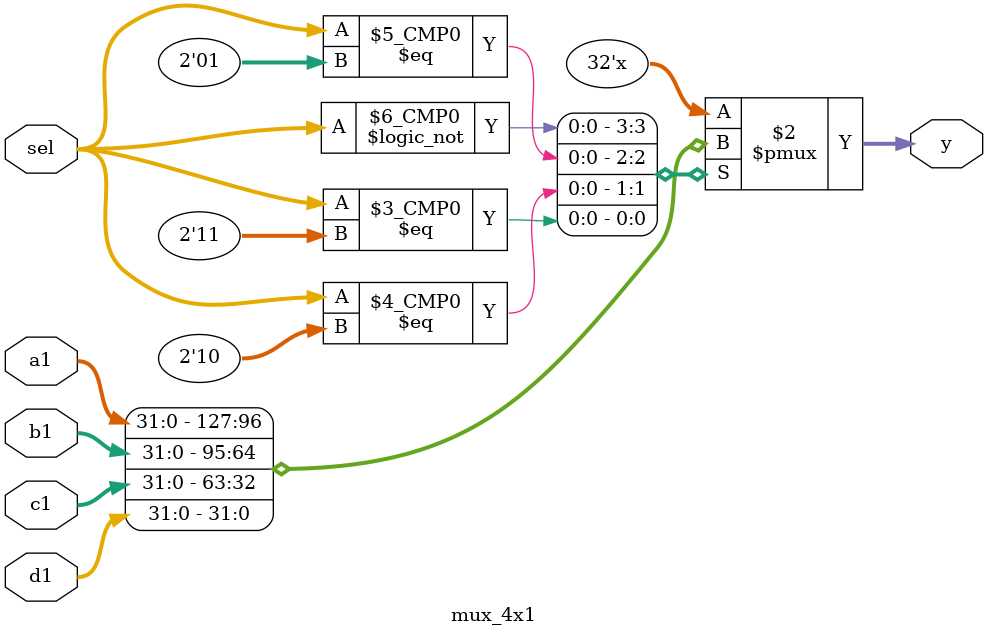
<source format=v>
 /******************************************************************* *

Module: mux_4x1.v
Project: Single Cycle RISC-V
Author: Haitham Samir
Description: 4x1 32-bit MUX
Change history: Date - Action
**********************************************************************/
module mux_4x1 #(parameter N =32)(
	input[N-1:0]a1,
	input[N-1:0]b1,
	input[N-1:0]c1,
	input[N-1:0]d1,
	input [1:0]sel,
	output reg [N-1:0]y
);
always @(*) begin
case(sel)
2'b00: y=a1;
2'b01: y=b1;
2'b10: y=c1;
2'b11: y=d1;
default: y=0;
endcase
end

endmodule

</source>
